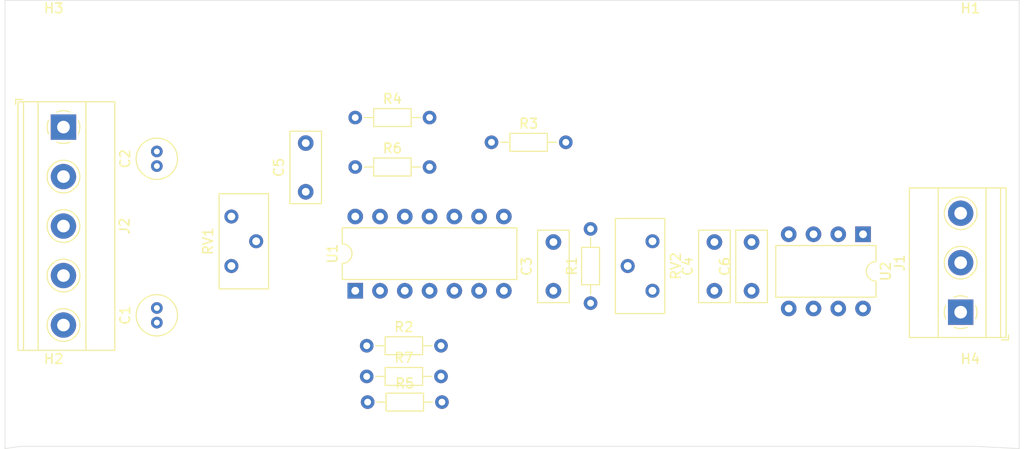
<source format=kicad_pcb>
(kicad_pcb (version 20171130) (host pcbnew "(5.1.9)-1")

  (general
    (thickness 1.6)
    (drawings 7)
    (tracks 0)
    (zones 0)
    (modules 23)
    (nets 1)
  )

  (page A4)
  (layers
    (0 F.Cu signal)
    (31 B.Cu signal)
    (32 B.Adhes user)
    (33 F.Adhes user)
    (34 B.Paste user)
    (35 F.Paste user)
    (36 B.SilkS user)
    (37 F.SilkS user)
    (38 B.Mask user)
    (39 F.Mask user)
    (40 Dwgs.User user)
    (41 Cmts.User user)
    (42 Eco1.User user)
    (43 Eco2.User user)
    (44 Edge.Cuts user)
    (45 Margin user)
    (46 B.CrtYd user)
    (47 F.CrtYd user)
    (48 B.Fab user)
    (49 F.Fab user)
  )

  (setup
    (last_trace_width 0.25)
    (trace_clearance 0.2)
    (zone_clearance 0.508)
    (zone_45_only no)
    (trace_min 0.2)
    (via_size 0.8)
    (via_drill 0.4)
    (via_min_size 0.4)
    (via_min_drill 0.3)
    (uvia_size 0.3)
    (uvia_drill 0.1)
    (uvias_allowed no)
    (uvia_min_size 0.2)
    (uvia_min_drill 0.1)
    (edge_width 0.05)
    (segment_width 0.2)
    (pcb_text_width 0.3)
    (pcb_text_size 1.5 1.5)
    (mod_edge_width 0.12)
    (mod_text_size 1 1)
    (mod_text_width 0.15)
    (pad_size 1.524 1.524)
    (pad_drill 0.762)
    (pad_to_mask_clearance 0)
    (aux_axis_origin 0 0)
    (visible_elements 7FFFFFFF)
    (pcbplotparams
      (layerselection 0x010fc_ffffffff)
      (usegerberextensions false)
      (usegerberattributes true)
      (usegerberadvancedattributes true)
      (creategerberjobfile true)
      (excludeedgelayer true)
      (linewidth 0.100000)
      (plotframeref false)
      (viasonmask false)
      (mode 1)
      (useauxorigin false)
      (hpglpennumber 1)
      (hpglpenspeed 20)
      (hpglpendiameter 15.000000)
      (psnegative false)
      (psa4output false)
      (plotreference true)
      (plotvalue true)
      (plotinvisibletext false)
      (padsonsilk false)
      (subtractmaskfromsilk false)
      (outputformat 1)
      (mirror false)
      (drillshape 1)
      (scaleselection 1)
      (outputdirectory ""))
  )

  (net 0 "")

  (net_class Default "This is the default net class."
    (clearance 0.2)
    (trace_width 0.25)
    (via_dia 0.8)
    (via_drill 0.4)
    (uvia_dia 0.3)
    (uvia_drill 0.1)
  )

  (module Capacitor_THT:C_Radial_D4.0mm_H7.0mm_P1.50mm (layer F.Cu) (tedit 5BC5C9B9) (tstamp 600FB550)
    (at 101.575001 52.07 90)
    (descr "C, Radial series, Radial, pin pitch=1.50mm, diameter=4mm, height=7mm, Non-Polar Electrolytic Capacitor")
    (tags "C Radial series Radial pin pitch 1.50mm diameter 4mm height 7mm Non-Polar Electrolytic Capacitor")
    (path /600FC363)
    (fp_text reference C1 (at 0.75 -3.25 90) (layer F.SilkS)
      (effects (font (size 1 1) (thickness 0.15)))
    )
    (fp_text value CAP (at 0.75 3.25 90) (layer F.Fab)
      (effects (font (size 1 1) (thickness 0.15)))
    )
    (fp_circle (center 0.75 0) (end 3 0) (layer F.CrtYd) (width 0.05))
    (fp_circle (center 0.75 0) (end 2.87 0) (layer F.SilkS) (width 0.12))
    (fp_circle (center 0.75 0) (end 2.75 0) (layer F.Fab) (width 0.1))
    (fp_text user %R (at 0.75 0 90) (layer F.Fab)
      (effects (font (size 0.8 0.8) (thickness 0.12)))
    )
    (pad 2 thru_hole circle (at 1.5 0 90) (size 1.2 1.2) (drill 0.6) (layers *.Cu *.Mask))
    (pad 1 thru_hole circle (at 0 0 90) (size 1.2 1.2) (drill 0.6) (layers *.Cu *.Mask))
    (model ${KISYS3DMOD}/Capacitor_THT.3dshapes/C_Radial_D4.0mm_H7.0mm_P1.50mm.wrl
      (at (xyz 0 0 0))
      (scale (xyz 1 1 1))
      (rotate (xyz 0 0 0))
    )
  )

  (module Capacitor_THT:C_Radial_D4.0mm_H7.0mm_P1.50mm (layer F.Cu) (tedit 5BC5C9B9) (tstamp 600FB55A)
    (at 101.575001 36 90)
    (descr "C, Radial series, Radial, pin pitch=1.50mm, diameter=4mm, height=7mm, Non-Polar Electrolytic Capacitor")
    (tags "C Radial series Radial pin pitch 1.50mm diameter 4mm height 7mm Non-Polar Electrolytic Capacitor")
    (path /600FCF41)
    (fp_text reference C2 (at 0.75 -3.25 90) (layer F.SilkS)
      (effects (font (size 1 1) (thickness 0.15)))
    )
    (fp_text value CAP (at 0.75 3.25 90) (layer F.Fab)
      (effects (font (size 1 1) (thickness 0.15)))
    )
    (fp_circle (center 0.75 0) (end 2.75 0) (layer F.Fab) (width 0.1))
    (fp_circle (center 0.75 0) (end 2.87 0) (layer F.SilkS) (width 0.12))
    (fp_circle (center 0.75 0) (end 3 0) (layer F.CrtYd) (width 0.05))
    (fp_text user %R (at 0.75 0 90) (layer F.Fab)
      (effects (font (size 0.8 0.8) (thickness 0.12)))
    )
    (pad 1 thru_hole circle (at 0 0 90) (size 1.2 1.2) (drill 0.6) (layers *.Cu *.Mask))
    (pad 2 thru_hole circle (at 1.5 0 90) (size 1.2 1.2) (drill 0.6) (layers *.Cu *.Mask))
    (model ${KISYS3DMOD}/Capacitor_THT.3dshapes/C_Radial_D4.0mm_H7.0mm_P1.50mm.wrl
      (at (xyz 0 0 0))
      (scale (xyz 1 1 1))
      (rotate (xyz 0 0 0))
    )
  )

  (module Capacitor_THT:C_Rect_L7.2mm_W3.0mm_P5.00mm_FKS2_FKP2_MKS2_MKP2 (layer F.Cu) (tedit 5AE50EF0) (tstamp 600FB56D)
    (at 142.24 48.8 90)
    (descr "C, Rect series, Radial, pin pitch=5.00mm, , length*width=7.2*3.0mm^2, Capacitor, http://www.wima.com/EN/WIMA_FKS_2.pdf")
    (tags "C Rect series Radial pin pitch 5.00mm  length 7.2mm width 3.0mm Capacitor")
    (path /600FD03D)
    (fp_text reference C3 (at 2.5 -2.75 90) (layer F.SilkS)
      (effects (font (size 1 1) (thickness 0.15)))
    )
    (fp_text value CAP (at 2.5 2.75 90) (layer F.Fab)
      (effects (font (size 1 1) (thickness 0.15)))
    )
    (fp_line (start 6.35 -1.75) (end -1.35 -1.75) (layer F.CrtYd) (width 0.05))
    (fp_line (start 6.35 1.75) (end 6.35 -1.75) (layer F.CrtYd) (width 0.05))
    (fp_line (start -1.35 1.75) (end 6.35 1.75) (layer F.CrtYd) (width 0.05))
    (fp_line (start -1.35 -1.75) (end -1.35 1.75) (layer F.CrtYd) (width 0.05))
    (fp_line (start 6.22 -1.62) (end 6.22 1.62) (layer F.SilkS) (width 0.12))
    (fp_line (start -1.22 -1.62) (end -1.22 1.62) (layer F.SilkS) (width 0.12))
    (fp_line (start -1.22 1.62) (end 6.22 1.62) (layer F.SilkS) (width 0.12))
    (fp_line (start -1.22 -1.62) (end 6.22 -1.62) (layer F.SilkS) (width 0.12))
    (fp_line (start 6.1 -1.5) (end -1.1 -1.5) (layer F.Fab) (width 0.1))
    (fp_line (start 6.1 1.5) (end 6.1 -1.5) (layer F.Fab) (width 0.1))
    (fp_line (start -1.1 1.5) (end 6.1 1.5) (layer F.Fab) (width 0.1))
    (fp_line (start -1.1 -1.5) (end -1.1 1.5) (layer F.Fab) (width 0.1))
    (fp_text user %R (at 2.5 0 90) (layer F.Fab)
      (effects (font (size 1 1) (thickness 0.15)))
    )
    (pad 2 thru_hole circle (at 5 0 90) (size 1.6 1.6) (drill 0.8) (layers *.Cu *.Mask))
    (pad 1 thru_hole circle (at 0 0 90) (size 1.6 1.6) (drill 0.8) (layers *.Cu *.Mask))
    (model ${KISYS3DMOD}/Capacitor_THT.3dshapes/C_Rect_L7.2mm_W3.0mm_P5.00mm_FKS2_FKP2_MKS2_MKP2.wrl
      (at (xyz 0 0 0))
      (scale (xyz 1 1 1))
      (rotate (xyz 0 0 0))
    )
  )

  (module Capacitor_THT:C_Rect_L7.2mm_W3.0mm_P5.00mm_FKS2_FKP2_MKS2_MKP2 (layer F.Cu) (tedit 5AE50EF0) (tstamp 600FB580)
    (at 158.75 48.8 90)
    (descr "C, Rect series, Radial, pin pitch=5.00mm, , length*width=7.2*3.0mm^2, Capacitor, http://www.wima.com/EN/WIMA_FKS_2.pdf")
    (tags "C Rect series Radial pin pitch 5.00mm  length 7.2mm width 3.0mm Capacitor")
    (path /600FD2E7)
    (fp_text reference C4 (at 2.5 -2.75 90) (layer F.SilkS)
      (effects (font (size 1 1) (thickness 0.15)))
    )
    (fp_text value CAP (at 2.5 2.75 90) (layer F.Fab)
      (effects (font (size 1 1) (thickness 0.15)))
    )
    (fp_line (start -1.1 -1.5) (end -1.1 1.5) (layer F.Fab) (width 0.1))
    (fp_line (start -1.1 1.5) (end 6.1 1.5) (layer F.Fab) (width 0.1))
    (fp_line (start 6.1 1.5) (end 6.1 -1.5) (layer F.Fab) (width 0.1))
    (fp_line (start 6.1 -1.5) (end -1.1 -1.5) (layer F.Fab) (width 0.1))
    (fp_line (start -1.22 -1.62) (end 6.22 -1.62) (layer F.SilkS) (width 0.12))
    (fp_line (start -1.22 1.62) (end 6.22 1.62) (layer F.SilkS) (width 0.12))
    (fp_line (start -1.22 -1.62) (end -1.22 1.62) (layer F.SilkS) (width 0.12))
    (fp_line (start 6.22 -1.62) (end 6.22 1.62) (layer F.SilkS) (width 0.12))
    (fp_line (start -1.35 -1.75) (end -1.35 1.75) (layer F.CrtYd) (width 0.05))
    (fp_line (start -1.35 1.75) (end 6.35 1.75) (layer F.CrtYd) (width 0.05))
    (fp_line (start 6.35 1.75) (end 6.35 -1.75) (layer F.CrtYd) (width 0.05))
    (fp_line (start 6.35 -1.75) (end -1.35 -1.75) (layer F.CrtYd) (width 0.05))
    (fp_text user %R (at 2.5 0 90) (layer F.Fab)
      (effects (font (size 1 1) (thickness 0.15)))
    )
    (pad 1 thru_hole circle (at 0 0 90) (size 1.6 1.6) (drill 0.8) (layers *.Cu *.Mask))
    (pad 2 thru_hole circle (at 5 0 90) (size 1.6 1.6) (drill 0.8) (layers *.Cu *.Mask))
    (model ${KISYS3DMOD}/Capacitor_THT.3dshapes/C_Rect_L7.2mm_W3.0mm_P5.00mm_FKS2_FKP2_MKS2_MKP2.wrl
      (at (xyz 0 0 0))
      (scale (xyz 1 1 1))
      (rotate (xyz 0 0 0))
    )
  )

  (module Capacitor_THT:C_Rect_L7.2mm_W3.0mm_P5.00mm_FKS2_FKP2_MKS2_MKP2 (layer F.Cu) (tedit 5AE50EF0) (tstamp 600FB593)
    (at 116.84 38.64 90)
    (descr "C, Rect series, Radial, pin pitch=5.00mm, , length*width=7.2*3.0mm^2, Capacitor, http://www.wima.com/EN/WIMA_FKS_2.pdf")
    (tags "C Rect series Radial pin pitch 5.00mm  length 7.2mm width 3.0mm Capacitor")
    (path /600FD6FE)
    (fp_text reference C5 (at 2.5 -2.75 90) (layer F.SilkS)
      (effects (font (size 1 1) (thickness 0.15)))
    )
    (fp_text value CAP (at 2.5 2.75 90) (layer F.Fab)
      (effects (font (size 1 1) (thickness 0.15)))
    )
    (fp_line (start 6.35 -1.75) (end -1.35 -1.75) (layer F.CrtYd) (width 0.05))
    (fp_line (start 6.35 1.75) (end 6.35 -1.75) (layer F.CrtYd) (width 0.05))
    (fp_line (start -1.35 1.75) (end 6.35 1.75) (layer F.CrtYd) (width 0.05))
    (fp_line (start -1.35 -1.75) (end -1.35 1.75) (layer F.CrtYd) (width 0.05))
    (fp_line (start 6.22 -1.62) (end 6.22 1.62) (layer F.SilkS) (width 0.12))
    (fp_line (start -1.22 -1.62) (end -1.22 1.62) (layer F.SilkS) (width 0.12))
    (fp_line (start -1.22 1.62) (end 6.22 1.62) (layer F.SilkS) (width 0.12))
    (fp_line (start -1.22 -1.62) (end 6.22 -1.62) (layer F.SilkS) (width 0.12))
    (fp_line (start 6.1 -1.5) (end -1.1 -1.5) (layer F.Fab) (width 0.1))
    (fp_line (start 6.1 1.5) (end 6.1 -1.5) (layer F.Fab) (width 0.1))
    (fp_line (start -1.1 1.5) (end 6.1 1.5) (layer F.Fab) (width 0.1))
    (fp_line (start -1.1 -1.5) (end -1.1 1.5) (layer F.Fab) (width 0.1))
    (fp_text user %R (at 2.5 0 90) (layer F.Fab)
      (effects (font (size 1 1) (thickness 0.15)))
    )
    (pad 2 thru_hole circle (at 5 0 90) (size 1.6 1.6) (drill 0.8) (layers *.Cu *.Mask))
    (pad 1 thru_hole circle (at 0 0 90) (size 1.6 1.6) (drill 0.8) (layers *.Cu *.Mask))
    (model ${KISYS3DMOD}/Capacitor_THT.3dshapes/C_Rect_L7.2mm_W3.0mm_P5.00mm_FKS2_FKP2_MKS2_MKP2.wrl
      (at (xyz 0 0 0))
      (scale (xyz 1 1 1))
      (rotate (xyz 0 0 0))
    )
  )

  (module Capacitor_THT:C_Rect_L7.2mm_W3.0mm_P5.00mm_FKS2_FKP2_MKS2_MKP2 (layer F.Cu) (tedit 5AE50EF0) (tstamp 600FB5A6)
    (at 162.56 48.8 90)
    (descr "C, Rect series, Radial, pin pitch=5.00mm, , length*width=7.2*3.0mm^2, Capacitor, http://www.wima.com/EN/WIMA_FKS_2.pdf")
    (tags "C Rect series Radial pin pitch 5.00mm  length 7.2mm width 3.0mm Capacitor")
    (path /600FDB24)
    (fp_text reference C6 (at 2.5 -2.75 90) (layer F.SilkS)
      (effects (font (size 1 1) (thickness 0.15)))
    )
    (fp_text value CAP (at 2.5 2.75 90) (layer F.Fab)
      (effects (font (size 1 1) (thickness 0.15)))
    )
    (fp_line (start -1.1 -1.5) (end -1.1 1.5) (layer F.Fab) (width 0.1))
    (fp_line (start -1.1 1.5) (end 6.1 1.5) (layer F.Fab) (width 0.1))
    (fp_line (start 6.1 1.5) (end 6.1 -1.5) (layer F.Fab) (width 0.1))
    (fp_line (start 6.1 -1.5) (end -1.1 -1.5) (layer F.Fab) (width 0.1))
    (fp_line (start -1.22 -1.62) (end 6.22 -1.62) (layer F.SilkS) (width 0.12))
    (fp_line (start -1.22 1.62) (end 6.22 1.62) (layer F.SilkS) (width 0.12))
    (fp_line (start -1.22 -1.62) (end -1.22 1.62) (layer F.SilkS) (width 0.12))
    (fp_line (start 6.22 -1.62) (end 6.22 1.62) (layer F.SilkS) (width 0.12))
    (fp_line (start -1.35 -1.75) (end -1.35 1.75) (layer F.CrtYd) (width 0.05))
    (fp_line (start -1.35 1.75) (end 6.35 1.75) (layer F.CrtYd) (width 0.05))
    (fp_line (start 6.35 1.75) (end 6.35 -1.75) (layer F.CrtYd) (width 0.05))
    (fp_line (start 6.35 -1.75) (end -1.35 -1.75) (layer F.CrtYd) (width 0.05))
    (fp_text user %R (at 2.5 0 90) (layer F.Fab)
      (effects (font (size 1 1) (thickness 0.15)))
    )
    (pad 1 thru_hole circle (at 0 0 90) (size 1.6 1.6) (drill 0.8) (layers *.Cu *.Mask))
    (pad 2 thru_hole circle (at 5 0 90) (size 1.6 1.6) (drill 0.8) (layers *.Cu *.Mask))
    (model ${KISYS3DMOD}/Capacitor_THT.3dshapes/C_Rect_L7.2mm_W3.0mm_P5.00mm_FKS2_FKP2_MKS2_MKP2.wrl
      (at (xyz 0 0 0))
      (scale (xyz 1 1 1))
      (rotate (xyz 0 0 0))
    )
  )

  (module Resistor_THT:R_Axial_DIN0204_L3.6mm_D1.6mm_P7.62mm_Horizontal (layer F.Cu) (tedit 5AE5139B) (tstamp 600FB613)
    (at 146.05 50.07 90)
    (descr "Resistor, Axial_DIN0204 series, Axial, Horizontal, pin pitch=7.62mm, 0.167W, length*diameter=3.6*1.6mm^2, http://cdn-reichelt.de/documents/datenblatt/B400/1_4W%23YAG.pdf")
    (tags "Resistor Axial_DIN0204 series Axial Horizontal pin pitch 7.62mm 0.167W length 3.6mm diameter 1.6mm")
    (path /600FFC66)
    (fp_text reference R1 (at 3.81 -1.92 90) (layer F.SilkS)
      (effects (font (size 1 1) (thickness 0.15)))
    )
    (fp_text value R (at 3.81 1.92 90) (layer F.Fab)
      (effects (font (size 1 1) (thickness 0.15)))
    )
    (fp_line (start 2.01 -0.8) (end 2.01 0.8) (layer F.Fab) (width 0.1))
    (fp_line (start 2.01 0.8) (end 5.61 0.8) (layer F.Fab) (width 0.1))
    (fp_line (start 5.61 0.8) (end 5.61 -0.8) (layer F.Fab) (width 0.1))
    (fp_line (start 5.61 -0.8) (end 2.01 -0.8) (layer F.Fab) (width 0.1))
    (fp_line (start 0 0) (end 2.01 0) (layer F.Fab) (width 0.1))
    (fp_line (start 7.62 0) (end 5.61 0) (layer F.Fab) (width 0.1))
    (fp_line (start 1.89 -0.92) (end 1.89 0.92) (layer F.SilkS) (width 0.12))
    (fp_line (start 1.89 0.92) (end 5.73 0.92) (layer F.SilkS) (width 0.12))
    (fp_line (start 5.73 0.92) (end 5.73 -0.92) (layer F.SilkS) (width 0.12))
    (fp_line (start 5.73 -0.92) (end 1.89 -0.92) (layer F.SilkS) (width 0.12))
    (fp_line (start 0.94 0) (end 1.89 0) (layer F.SilkS) (width 0.12))
    (fp_line (start 6.68 0) (end 5.73 0) (layer F.SilkS) (width 0.12))
    (fp_line (start -0.95 -1.05) (end -0.95 1.05) (layer F.CrtYd) (width 0.05))
    (fp_line (start -0.95 1.05) (end 8.57 1.05) (layer F.CrtYd) (width 0.05))
    (fp_line (start 8.57 1.05) (end 8.57 -1.05) (layer F.CrtYd) (width 0.05))
    (fp_line (start 8.57 -1.05) (end -0.95 -1.05) (layer F.CrtYd) (width 0.05))
    (fp_text user %R (at 3.81 0 90) (layer F.Fab)
      (effects (font (size 0.72 0.72) (thickness 0.108)))
    )
    (pad 1 thru_hole circle (at 0 0 90) (size 1.4 1.4) (drill 0.7) (layers *.Cu *.Mask))
    (pad 2 thru_hole oval (at 7.62 0 90) (size 1.4 1.4) (drill 0.7) (layers *.Cu *.Mask))
    (model ${KISYS3DMOD}/Resistor_THT.3dshapes/R_Axial_DIN0204_L3.6mm_D1.6mm_P7.62mm_Horizontal.wrl
      (at (xyz 0 0 0))
      (scale (xyz 1 1 1))
      (rotate (xyz 0 0 0))
    )
  )

  (module Resistor_THT:R_Axial_DIN0204_L3.6mm_D1.6mm_P7.62mm_Horizontal (layer F.Cu) (tedit 5AE5139B) (tstamp 600FB62A)
    (at 123.095001 54.445001)
    (descr "Resistor, Axial_DIN0204 series, Axial, Horizontal, pin pitch=7.62mm, 0.167W, length*diameter=3.6*1.6mm^2, http://cdn-reichelt.de/documents/datenblatt/B400/1_4W%23YAG.pdf")
    (tags "Resistor Axial_DIN0204 series Axial Horizontal pin pitch 7.62mm 0.167W length 3.6mm diameter 1.6mm")
    (path /601017E3)
    (fp_text reference R2 (at 3.81 -1.92) (layer F.SilkS)
      (effects (font (size 1 1) (thickness 0.15)))
    )
    (fp_text value R (at 3.81 1.92) (layer F.Fab)
      (effects (font (size 1 1) (thickness 0.15)))
    )
    (fp_line (start 2.01 -0.8) (end 2.01 0.8) (layer F.Fab) (width 0.1))
    (fp_line (start 2.01 0.8) (end 5.61 0.8) (layer F.Fab) (width 0.1))
    (fp_line (start 5.61 0.8) (end 5.61 -0.8) (layer F.Fab) (width 0.1))
    (fp_line (start 5.61 -0.8) (end 2.01 -0.8) (layer F.Fab) (width 0.1))
    (fp_line (start 0 0) (end 2.01 0) (layer F.Fab) (width 0.1))
    (fp_line (start 7.62 0) (end 5.61 0) (layer F.Fab) (width 0.1))
    (fp_line (start 1.89 -0.92) (end 1.89 0.92) (layer F.SilkS) (width 0.12))
    (fp_line (start 1.89 0.92) (end 5.73 0.92) (layer F.SilkS) (width 0.12))
    (fp_line (start 5.73 0.92) (end 5.73 -0.92) (layer F.SilkS) (width 0.12))
    (fp_line (start 5.73 -0.92) (end 1.89 -0.92) (layer F.SilkS) (width 0.12))
    (fp_line (start 0.94 0) (end 1.89 0) (layer F.SilkS) (width 0.12))
    (fp_line (start 6.68 0) (end 5.73 0) (layer F.SilkS) (width 0.12))
    (fp_line (start -0.95 -1.05) (end -0.95 1.05) (layer F.CrtYd) (width 0.05))
    (fp_line (start -0.95 1.05) (end 8.57 1.05) (layer F.CrtYd) (width 0.05))
    (fp_line (start 8.57 1.05) (end 8.57 -1.05) (layer F.CrtYd) (width 0.05))
    (fp_line (start 8.57 -1.05) (end -0.95 -1.05) (layer F.CrtYd) (width 0.05))
    (fp_text user %R (at 3.81 0) (layer F.Fab)
      (effects (font (size 0.72 0.72) (thickness 0.108)))
    )
    (pad 1 thru_hole circle (at 0 0) (size 1.4 1.4) (drill 0.7) (layers *.Cu *.Mask))
    (pad 2 thru_hole oval (at 7.62 0) (size 1.4 1.4) (drill 0.7) (layers *.Cu *.Mask))
    (model ${KISYS3DMOD}/Resistor_THT.3dshapes/R_Axial_DIN0204_L3.6mm_D1.6mm_P7.62mm_Horizontal.wrl
      (at (xyz 0 0 0))
      (scale (xyz 1 1 1))
      (rotate (xyz 0 0 0))
    )
  )

  (module Resistor_THT:R_Axial_DIN0204_L3.6mm_D1.6mm_P7.62mm_Horizontal (layer F.Cu) (tedit 5AE5139B) (tstamp 600FB641)
    (at 135.89 33.56)
    (descr "Resistor, Axial_DIN0204 series, Axial, Horizontal, pin pitch=7.62mm, 0.167W, length*diameter=3.6*1.6mm^2, http://cdn-reichelt.de/documents/datenblatt/B400/1_4W%23YAG.pdf")
    (tags "Resistor Axial_DIN0204 series Axial Horizontal pin pitch 7.62mm 0.167W length 3.6mm diameter 1.6mm")
    (path /60101ECF)
    (fp_text reference R3 (at 3.81 -1.92) (layer F.SilkS)
      (effects (font (size 1 1) (thickness 0.15)))
    )
    (fp_text value R (at 3.81 1.92) (layer F.Fab)
      (effects (font (size 1 1) (thickness 0.15)))
    )
    (fp_line (start 2.01 -0.8) (end 2.01 0.8) (layer F.Fab) (width 0.1))
    (fp_line (start 2.01 0.8) (end 5.61 0.8) (layer F.Fab) (width 0.1))
    (fp_line (start 5.61 0.8) (end 5.61 -0.8) (layer F.Fab) (width 0.1))
    (fp_line (start 5.61 -0.8) (end 2.01 -0.8) (layer F.Fab) (width 0.1))
    (fp_line (start 0 0) (end 2.01 0) (layer F.Fab) (width 0.1))
    (fp_line (start 7.62 0) (end 5.61 0) (layer F.Fab) (width 0.1))
    (fp_line (start 1.89 -0.92) (end 1.89 0.92) (layer F.SilkS) (width 0.12))
    (fp_line (start 1.89 0.92) (end 5.73 0.92) (layer F.SilkS) (width 0.12))
    (fp_line (start 5.73 0.92) (end 5.73 -0.92) (layer F.SilkS) (width 0.12))
    (fp_line (start 5.73 -0.92) (end 1.89 -0.92) (layer F.SilkS) (width 0.12))
    (fp_line (start 0.94 0) (end 1.89 0) (layer F.SilkS) (width 0.12))
    (fp_line (start 6.68 0) (end 5.73 0) (layer F.SilkS) (width 0.12))
    (fp_line (start -0.95 -1.05) (end -0.95 1.05) (layer F.CrtYd) (width 0.05))
    (fp_line (start -0.95 1.05) (end 8.57 1.05) (layer F.CrtYd) (width 0.05))
    (fp_line (start 8.57 1.05) (end 8.57 -1.05) (layer F.CrtYd) (width 0.05))
    (fp_line (start 8.57 -1.05) (end -0.95 -1.05) (layer F.CrtYd) (width 0.05))
    (fp_text user %R (at 3.81 0) (layer F.Fab)
      (effects (font (size 0.72 0.72) (thickness 0.108)))
    )
    (pad 1 thru_hole circle (at 0 0) (size 1.4 1.4) (drill 0.7) (layers *.Cu *.Mask))
    (pad 2 thru_hole oval (at 7.62 0) (size 1.4 1.4) (drill 0.7) (layers *.Cu *.Mask))
    (model ${KISYS3DMOD}/Resistor_THT.3dshapes/R_Axial_DIN0204_L3.6mm_D1.6mm_P7.62mm_Horizontal.wrl
      (at (xyz 0 0 0))
      (scale (xyz 1 1 1))
      (rotate (xyz 0 0 0))
    )
  )

  (module Resistor_THT:R_Axial_DIN0204_L3.6mm_D1.6mm_P7.62mm_Horizontal (layer F.Cu) (tedit 5AE5139B) (tstamp 600FB658)
    (at 121.92 31.02)
    (descr "Resistor, Axial_DIN0204 series, Axial, Horizontal, pin pitch=7.62mm, 0.167W, length*diameter=3.6*1.6mm^2, http://cdn-reichelt.de/documents/datenblatt/B400/1_4W%23YAG.pdf")
    (tags "Resistor Axial_DIN0204 series Axial Horizontal pin pitch 7.62mm 0.167W length 3.6mm diameter 1.6mm")
    (path /60102298)
    (fp_text reference R4 (at 3.81 -1.92) (layer F.SilkS)
      (effects (font (size 1 1) (thickness 0.15)))
    )
    (fp_text value R (at 3.81 1.92) (layer F.Fab)
      (effects (font (size 1 1) (thickness 0.15)))
    )
    (fp_line (start 2.01 -0.8) (end 2.01 0.8) (layer F.Fab) (width 0.1))
    (fp_line (start 2.01 0.8) (end 5.61 0.8) (layer F.Fab) (width 0.1))
    (fp_line (start 5.61 0.8) (end 5.61 -0.8) (layer F.Fab) (width 0.1))
    (fp_line (start 5.61 -0.8) (end 2.01 -0.8) (layer F.Fab) (width 0.1))
    (fp_line (start 0 0) (end 2.01 0) (layer F.Fab) (width 0.1))
    (fp_line (start 7.62 0) (end 5.61 0) (layer F.Fab) (width 0.1))
    (fp_line (start 1.89 -0.92) (end 1.89 0.92) (layer F.SilkS) (width 0.12))
    (fp_line (start 1.89 0.92) (end 5.73 0.92) (layer F.SilkS) (width 0.12))
    (fp_line (start 5.73 0.92) (end 5.73 -0.92) (layer F.SilkS) (width 0.12))
    (fp_line (start 5.73 -0.92) (end 1.89 -0.92) (layer F.SilkS) (width 0.12))
    (fp_line (start 0.94 0) (end 1.89 0) (layer F.SilkS) (width 0.12))
    (fp_line (start 6.68 0) (end 5.73 0) (layer F.SilkS) (width 0.12))
    (fp_line (start -0.95 -1.05) (end -0.95 1.05) (layer F.CrtYd) (width 0.05))
    (fp_line (start -0.95 1.05) (end 8.57 1.05) (layer F.CrtYd) (width 0.05))
    (fp_line (start 8.57 1.05) (end 8.57 -1.05) (layer F.CrtYd) (width 0.05))
    (fp_line (start 8.57 -1.05) (end -0.95 -1.05) (layer F.CrtYd) (width 0.05))
    (fp_text user %R (at 3.81 0) (layer F.Fab)
      (effects (font (size 0.72 0.72) (thickness 0.108)))
    )
    (pad 1 thru_hole circle (at 0 0) (size 1.4 1.4) (drill 0.7) (layers *.Cu *.Mask))
    (pad 2 thru_hole oval (at 7.62 0) (size 1.4 1.4) (drill 0.7) (layers *.Cu *.Mask))
    (model ${KISYS3DMOD}/Resistor_THT.3dshapes/R_Axial_DIN0204_L3.6mm_D1.6mm_P7.62mm_Horizontal.wrl
      (at (xyz 0 0 0))
      (scale (xyz 1 1 1))
      (rotate (xyz 0 0 0))
    )
  )

  (module Resistor_THT:R_Axial_DIN0204_L3.6mm_D1.6mm_P7.62mm_Horizontal (layer F.Cu) (tedit 5AE5139B) (tstamp 600FB66F)
    (at 123.19 60.23)
    (descr "Resistor, Axial_DIN0204 series, Axial, Horizontal, pin pitch=7.62mm, 0.167W, length*diameter=3.6*1.6mm^2, http://cdn-reichelt.de/documents/datenblatt/B400/1_4W%23YAG.pdf")
    (tags "Resistor Axial_DIN0204 series Axial Horizontal pin pitch 7.62mm 0.167W length 3.6mm diameter 1.6mm")
    (path /6010133D)
    (fp_text reference R5 (at 3.81 -1.92) (layer F.SilkS)
      (effects (font (size 1 1) (thickness 0.15)))
    )
    (fp_text value R (at 3.81 1.92) (layer F.Fab)
      (effects (font (size 1 1) (thickness 0.15)))
    )
    (fp_line (start 8.57 -1.05) (end -0.95 -1.05) (layer F.CrtYd) (width 0.05))
    (fp_line (start 8.57 1.05) (end 8.57 -1.05) (layer F.CrtYd) (width 0.05))
    (fp_line (start -0.95 1.05) (end 8.57 1.05) (layer F.CrtYd) (width 0.05))
    (fp_line (start -0.95 -1.05) (end -0.95 1.05) (layer F.CrtYd) (width 0.05))
    (fp_line (start 6.68 0) (end 5.73 0) (layer F.SilkS) (width 0.12))
    (fp_line (start 0.94 0) (end 1.89 0) (layer F.SilkS) (width 0.12))
    (fp_line (start 5.73 -0.92) (end 1.89 -0.92) (layer F.SilkS) (width 0.12))
    (fp_line (start 5.73 0.92) (end 5.73 -0.92) (layer F.SilkS) (width 0.12))
    (fp_line (start 1.89 0.92) (end 5.73 0.92) (layer F.SilkS) (width 0.12))
    (fp_line (start 1.89 -0.92) (end 1.89 0.92) (layer F.SilkS) (width 0.12))
    (fp_line (start 7.62 0) (end 5.61 0) (layer F.Fab) (width 0.1))
    (fp_line (start 0 0) (end 2.01 0) (layer F.Fab) (width 0.1))
    (fp_line (start 5.61 -0.8) (end 2.01 -0.8) (layer F.Fab) (width 0.1))
    (fp_line (start 5.61 0.8) (end 5.61 -0.8) (layer F.Fab) (width 0.1))
    (fp_line (start 2.01 0.8) (end 5.61 0.8) (layer F.Fab) (width 0.1))
    (fp_line (start 2.01 -0.8) (end 2.01 0.8) (layer F.Fab) (width 0.1))
    (fp_text user %R (at 3.81 0) (layer F.Fab)
      (effects (font (size 0.72 0.72) (thickness 0.108)))
    )
    (pad 2 thru_hole oval (at 7.62 0) (size 1.4 1.4) (drill 0.7) (layers *.Cu *.Mask))
    (pad 1 thru_hole circle (at 0 0) (size 1.4 1.4) (drill 0.7) (layers *.Cu *.Mask))
    (model ${KISYS3DMOD}/Resistor_THT.3dshapes/R_Axial_DIN0204_L3.6mm_D1.6mm_P7.62mm_Horizontal.wrl
      (at (xyz 0 0 0))
      (scale (xyz 1 1 1))
      (rotate (xyz 0 0 0))
    )
  )

  (module Resistor_THT:R_Axial_DIN0204_L3.6mm_D1.6mm_P7.62mm_Horizontal (layer F.Cu) (tedit 5AE5139B) (tstamp 600FB686)
    (at 121.92 36.1)
    (descr "Resistor, Axial_DIN0204 series, Axial, Horizontal, pin pitch=7.62mm, 0.167W, length*diameter=3.6*1.6mm^2, http://cdn-reichelt.de/documents/datenblatt/B400/1_4W%23YAG.pdf")
    (tags "Resistor Axial_DIN0204 series Axial Horizontal pin pitch 7.62mm 0.167W length 3.6mm diameter 1.6mm")
    (path /60101C23)
    (fp_text reference R6 (at 3.81 -1.92) (layer F.SilkS)
      (effects (font (size 1 1) (thickness 0.15)))
    )
    (fp_text value R (at 3.81 1.92) (layer F.Fab)
      (effects (font (size 1 1) (thickness 0.15)))
    )
    (fp_line (start 8.57 -1.05) (end -0.95 -1.05) (layer F.CrtYd) (width 0.05))
    (fp_line (start 8.57 1.05) (end 8.57 -1.05) (layer F.CrtYd) (width 0.05))
    (fp_line (start -0.95 1.05) (end 8.57 1.05) (layer F.CrtYd) (width 0.05))
    (fp_line (start -0.95 -1.05) (end -0.95 1.05) (layer F.CrtYd) (width 0.05))
    (fp_line (start 6.68 0) (end 5.73 0) (layer F.SilkS) (width 0.12))
    (fp_line (start 0.94 0) (end 1.89 0) (layer F.SilkS) (width 0.12))
    (fp_line (start 5.73 -0.92) (end 1.89 -0.92) (layer F.SilkS) (width 0.12))
    (fp_line (start 5.73 0.92) (end 5.73 -0.92) (layer F.SilkS) (width 0.12))
    (fp_line (start 1.89 0.92) (end 5.73 0.92) (layer F.SilkS) (width 0.12))
    (fp_line (start 1.89 -0.92) (end 1.89 0.92) (layer F.SilkS) (width 0.12))
    (fp_line (start 7.62 0) (end 5.61 0) (layer F.Fab) (width 0.1))
    (fp_line (start 0 0) (end 2.01 0) (layer F.Fab) (width 0.1))
    (fp_line (start 5.61 -0.8) (end 2.01 -0.8) (layer F.Fab) (width 0.1))
    (fp_line (start 5.61 0.8) (end 5.61 -0.8) (layer F.Fab) (width 0.1))
    (fp_line (start 2.01 0.8) (end 5.61 0.8) (layer F.Fab) (width 0.1))
    (fp_line (start 2.01 -0.8) (end 2.01 0.8) (layer F.Fab) (width 0.1))
    (fp_text user %R (at 3.81 0) (layer F.Fab)
      (effects (font (size 0.72 0.72) (thickness 0.108)))
    )
    (pad 2 thru_hole oval (at 7.62 0) (size 1.4 1.4) (drill 0.7) (layers *.Cu *.Mask))
    (pad 1 thru_hole circle (at 0 0) (size 1.4 1.4) (drill 0.7) (layers *.Cu *.Mask))
    (model ${KISYS3DMOD}/Resistor_THT.3dshapes/R_Axial_DIN0204_L3.6mm_D1.6mm_P7.62mm_Horizontal.wrl
      (at (xyz 0 0 0))
      (scale (xyz 1 1 1))
      (rotate (xyz 0 0 0))
    )
  )

  (module Resistor_THT:R_Axial_DIN0204_L3.6mm_D1.6mm_P7.62mm_Horizontal (layer F.Cu) (tedit 5AE5139B) (tstamp 600FB69D)
    (at 123.095001 57.595001)
    (descr "Resistor, Axial_DIN0204 series, Axial, Horizontal, pin pitch=7.62mm, 0.167W, length*diameter=3.6*1.6mm^2, http://cdn-reichelt.de/documents/datenblatt/B400/1_4W%23YAG.pdf")
    (tags "Resistor Axial_DIN0204 series Axial Horizontal pin pitch 7.62mm 0.167W length 3.6mm diameter 1.6mm")
    (path /60101F96)
    (fp_text reference R7 (at 3.81 -1.92) (layer F.SilkS)
      (effects (font (size 1 1) (thickness 0.15)))
    )
    (fp_text value R (at 3.81 1.92) (layer F.Fab)
      (effects (font (size 1 1) (thickness 0.15)))
    )
    (fp_line (start 8.57 -1.05) (end -0.95 -1.05) (layer F.CrtYd) (width 0.05))
    (fp_line (start 8.57 1.05) (end 8.57 -1.05) (layer F.CrtYd) (width 0.05))
    (fp_line (start -0.95 1.05) (end 8.57 1.05) (layer F.CrtYd) (width 0.05))
    (fp_line (start -0.95 -1.05) (end -0.95 1.05) (layer F.CrtYd) (width 0.05))
    (fp_line (start 6.68 0) (end 5.73 0) (layer F.SilkS) (width 0.12))
    (fp_line (start 0.94 0) (end 1.89 0) (layer F.SilkS) (width 0.12))
    (fp_line (start 5.73 -0.92) (end 1.89 -0.92) (layer F.SilkS) (width 0.12))
    (fp_line (start 5.73 0.92) (end 5.73 -0.92) (layer F.SilkS) (width 0.12))
    (fp_line (start 1.89 0.92) (end 5.73 0.92) (layer F.SilkS) (width 0.12))
    (fp_line (start 1.89 -0.92) (end 1.89 0.92) (layer F.SilkS) (width 0.12))
    (fp_line (start 7.62 0) (end 5.61 0) (layer F.Fab) (width 0.1))
    (fp_line (start 0 0) (end 2.01 0) (layer F.Fab) (width 0.1))
    (fp_line (start 5.61 -0.8) (end 2.01 -0.8) (layer F.Fab) (width 0.1))
    (fp_line (start 5.61 0.8) (end 5.61 -0.8) (layer F.Fab) (width 0.1))
    (fp_line (start 2.01 0.8) (end 5.61 0.8) (layer F.Fab) (width 0.1))
    (fp_line (start 2.01 -0.8) (end 2.01 0.8) (layer F.Fab) (width 0.1))
    (fp_text user %R (at 3.81 0) (layer F.Fab)
      (effects (font (size 0.72 0.72) (thickness 0.108)))
    )
    (pad 2 thru_hole oval (at 7.62 0) (size 1.4 1.4) (drill 0.7) (layers *.Cu *.Mask))
    (pad 1 thru_hole circle (at 0 0) (size 1.4 1.4) (drill 0.7) (layers *.Cu *.Mask))
    (model ${KISYS3DMOD}/Resistor_THT.3dshapes/R_Axial_DIN0204_L3.6mm_D1.6mm_P7.62mm_Horizontal.wrl
      (at (xyz 0 0 0))
      (scale (xyz 1 1 1))
      (rotate (xyz 0 0 0))
    )
  )

  (module Potentiometer_THT:Potentiometer_Bourns_3296Y_Vertical (layer F.Cu) (tedit 5A3D4994) (tstamp 600FB6B4)
    (at 109.22 41.18 90)
    (descr "Potentiometer, vertical, Bourns 3296Y, https://www.bourns.com/pdfs/3296.pdf")
    (tags "Potentiometer vertical Bourns 3296Y")
    (path /600FE0E3)
    (fp_text reference RV1 (at -2.54 -2.39 90) (layer F.SilkS)
      (effects (font (size 1 1) (thickness 0.15)))
    )
    (fp_text value R_POT (at -2.54 4.94 90) (layer F.Fab)
      (effects (font (size 1 1) (thickness 0.15)))
    )
    (fp_line (start 2.5 -1.4) (end -7.6 -1.4) (layer F.CrtYd) (width 0.05))
    (fp_line (start 2.5 3.95) (end 2.5 -1.4) (layer F.CrtYd) (width 0.05))
    (fp_line (start -7.6 3.95) (end 2.5 3.95) (layer F.CrtYd) (width 0.05))
    (fp_line (start -7.6 -1.4) (end -7.6 3.95) (layer F.CrtYd) (width 0.05))
    (fp_line (start 2.345 -1.26) (end 2.345 3.81) (layer F.SilkS) (width 0.12))
    (fp_line (start -7.425 -1.26) (end -7.425 3.81) (layer F.SilkS) (width 0.12))
    (fp_line (start -7.425 3.81) (end 2.345 3.81) (layer F.SilkS) (width 0.12))
    (fp_line (start -7.425 -1.26) (end 2.345 -1.26) (layer F.SilkS) (width 0.12))
    (fp_line (start 0.955 3.505) (end 0.956 1.336) (layer F.Fab) (width 0.1))
    (fp_line (start 0.955 3.505) (end 0.956 1.336) (layer F.Fab) (width 0.1))
    (fp_line (start 2.225 -1.14) (end -7.305 -1.14) (layer F.Fab) (width 0.1))
    (fp_line (start 2.225 3.69) (end 2.225 -1.14) (layer F.Fab) (width 0.1))
    (fp_line (start -7.305 3.69) (end 2.225 3.69) (layer F.Fab) (width 0.1))
    (fp_line (start -7.305 -1.14) (end -7.305 3.69) (layer F.Fab) (width 0.1))
    (fp_circle (center 0.955 2.42) (end 2.05 2.42) (layer F.Fab) (width 0.1))
    (fp_text user %R (at -3.175 1.275 90) (layer F.Fab)
      (effects (font (size 1 1) (thickness 0.15)))
    )
    (pad 3 thru_hole circle (at -5.08 0 90) (size 1.44 1.44) (drill 0.8) (layers *.Cu *.Mask))
    (pad 2 thru_hole circle (at -2.54 2.54 90) (size 1.44 1.44) (drill 0.8) (layers *.Cu *.Mask))
    (pad 1 thru_hole circle (at 0 0 90) (size 1.44 1.44) (drill 0.8) (layers *.Cu *.Mask))
    (model ${KISYS3DMOD}/Potentiometer_THT.3dshapes/Potentiometer_Bourns_3296Y_Vertical.wrl
      (at (xyz 0 0 0))
      (scale (xyz 1 1 1))
      (rotate (xyz 0 0 0))
    )
  )

  (module Potentiometer_THT:Potentiometer_Bourns_3296Y_Vertical (layer F.Cu) (tedit 5A3D4994) (tstamp 600FB6CB)
    (at 152.4 48.8 270)
    (descr "Potentiometer, vertical, Bourns 3296Y, https://www.bourns.com/pdfs/3296.pdf")
    (tags "Potentiometer vertical Bourns 3296Y")
    (path /600FF819)
    (fp_text reference RV2 (at -2.54 -2.39 90) (layer F.SilkS)
      (effects (font (size 1 1) (thickness 0.15)))
    )
    (fp_text value R_POT (at -2.54 4.94 90) (layer F.Fab)
      (effects (font (size 1 1) (thickness 0.15)))
    )
    (fp_circle (center 0.955 2.42) (end 2.05 2.42) (layer F.Fab) (width 0.1))
    (fp_line (start -7.305 -1.14) (end -7.305 3.69) (layer F.Fab) (width 0.1))
    (fp_line (start -7.305 3.69) (end 2.225 3.69) (layer F.Fab) (width 0.1))
    (fp_line (start 2.225 3.69) (end 2.225 -1.14) (layer F.Fab) (width 0.1))
    (fp_line (start 2.225 -1.14) (end -7.305 -1.14) (layer F.Fab) (width 0.1))
    (fp_line (start 0.955 3.505) (end 0.956 1.336) (layer F.Fab) (width 0.1))
    (fp_line (start 0.955 3.505) (end 0.956 1.336) (layer F.Fab) (width 0.1))
    (fp_line (start -7.425 -1.26) (end 2.345 -1.26) (layer F.SilkS) (width 0.12))
    (fp_line (start -7.425 3.81) (end 2.345 3.81) (layer F.SilkS) (width 0.12))
    (fp_line (start -7.425 -1.26) (end -7.425 3.81) (layer F.SilkS) (width 0.12))
    (fp_line (start 2.345 -1.26) (end 2.345 3.81) (layer F.SilkS) (width 0.12))
    (fp_line (start -7.6 -1.4) (end -7.6 3.95) (layer F.CrtYd) (width 0.05))
    (fp_line (start -7.6 3.95) (end 2.5 3.95) (layer F.CrtYd) (width 0.05))
    (fp_line (start 2.5 3.95) (end 2.5 -1.4) (layer F.CrtYd) (width 0.05))
    (fp_line (start 2.5 -1.4) (end -7.6 -1.4) (layer F.CrtYd) (width 0.05))
    (fp_text user %R (at -3.175 1.275 90) (layer F.Fab)
      (effects (font (size 1 1) (thickness 0.15)))
    )
    (pad 1 thru_hole circle (at 0 0 270) (size 1.44 1.44) (drill 0.8) (layers *.Cu *.Mask))
    (pad 2 thru_hole circle (at -2.54 2.54 270) (size 1.44 1.44) (drill 0.8) (layers *.Cu *.Mask))
    (pad 3 thru_hole circle (at -5.08 0 270) (size 1.44 1.44) (drill 0.8) (layers *.Cu *.Mask))
    (model ${KISYS3DMOD}/Potentiometer_THT.3dshapes/Potentiometer_Bourns_3296Y_Vertical.wrl
      (at (xyz 0 0 0))
      (scale (xyz 1 1 1))
      (rotate (xyz 0 0 0))
    )
  )

  (module Package_DIP:DIP-14_W7.62mm (layer F.Cu) (tedit 5A02E8C5) (tstamp 600FB6ED)
    (at 121.92 48.8 90)
    (descr "14-lead though-hole mounted DIP package, row spacing 7.62 mm (300 mils)")
    (tags "THT DIP DIL PDIP 2.54mm 7.62mm 300mil")
    (path /600F5573)
    (fp_text reference U1 (at 3.81 -2.33 90) (layer F.SilkS)
      (effects (font (size 1 1) (thickness 0.15)))
    )
    (fp_text value TL084 (at 3.81 17.57 90) (layer F.Fab)
      (effects (font (size 1 1) (thickness 0.15)))
    )
    (fp_line (start 1.635 -1.27) (end 6.985 -1.27) (layer F.Fab) (width 0.1))
    (fp_line (start 6.985 -1.27) (end 6.985 16.51) (layer F.Fab) (width 0.1))
    (fp_line (start 6.985 16.51) (end 0.635 16.51) (layer F.Fab) (width 0.1))
    (fp_line (start 0.635 16.51) (end 0.635 -0.27) (layer F.Fab) (width 0.1))
    (fp_line (start 0.635 -0.27) (end 1.635 -1.27) (layer F.Fab) (width 0.1))
    (fp_line (start 2.81 -1.33) (end 1.16 -1.33) (layer F.SilkS) (width 0.12))
    (fp_line (start 1.16 -1.33) (end 1.16 16.57) (layer F.SilkS) (width 0.12))
    (fp_line (start 1.16 16.57) (end 6.46 16.57) (layer F.SilkS) (width 0.12))
    (fp_line (start 6.46 16.57) (end 6.46 -1.33) (layer F.SilkS) (width 0.12))
    (fp_line (start 6.46 -1.33) (end 4.81 -1.33) (layer F.SilkS) (width 0.12))
    (fp_line (start -1.1 -1.55) (end -1.1 16.8) (layer F.CrtYd) (width 0.05))
    (fp_line (start -1.1 16.8) (end 8.7 16.8) (layer F.CrtYd) (width 0.05))
    (fp_line (start 8.7 16.8) (end 8.7 -1.55) (layer F.CrtYd) (width 0.05))
    (fp_line (start 8.7 -1.55) (end -1.1 -1.55) (layer F.CrtYd) (width 0.05))
    (fp_arc (start 3.81 -1.33) (end 2.81 -1.33) (angle -180) (layer F.SilkS) (width 0.12))
    (fp_text user %R (at 3.81 7.62 90) (layer F.Fab)
      (effects (font (size 1 1) (thickness 0.15)))
    )
    (pad 1 thru_hole rect (at 0 0 90) (size 1.6 1.6) (drill 0.8) (layers *.Cu *.Mask))
    (pad 8 thru_hole oval (at 7.62 15.24 90) (size 1.6 1.6) (drill 0.8) (layers *.Cu *.Mask))
    (pad 2 thru_hole oval (at 0 2.54 90) (size 1.6 1.6) (drill 0.8) (layers *.Cu *.Mask))
    (pad 9 thru_hole oval (at 7.62 12.7 90) (size 1.6 1.6) (drill 0.8) (layers *.Cu *.Mask))
    (pad 3 thru_hole oval (at 0 5.08 90) (size 1.6 1.6) (drill 0.8) (layers *.Cu *.Mask))
    (pad 10 thru_hole oval (at 7.62 10.16 90) (size 1.6 1.6) (drill 0.8) (layers *.Cu *.Mask))
    (pad 4 thru_hole oval (at 0 7.62 90) (size 1.6 1.6) (drill 0.8) (layers *.Cu *.Mask))
    (pad 11 thru_hole oval (at 7.62 7.62 90) (size 1.6 1.6) (drill 0.8) (layers *.Cu *.Mask))
    (pad 5 thru_hole oval (at 0 10.16 90) (size 1.6 1.6) (drill 0.8) (layers *.Cu *.Mask))
    (pad 12 thru_hole oval (at 7.62 5.08 90) (size 1.6 1.6) (drill 0.8) (layers *.Cu *.Mask))
    (pad 6 thru_hole oval (at 0 12.7 90) (size 1.6 1.6) (drill 0.8) (layers *.Cu *.Mask))
    (pad 13 thru_hole oval (at 7.62 2.54 90) (size 1.6 1.6) (drill 0.8) (layers *.Cu *.Mask))
    (pad 7 thru_hole oval (at 0 15.24 90) (size 1.6 1.6) (drill 0.8) (layers *.Cu *.Mask))
    (pad 14 thru_hole oval (at 7.62 0 90) (size 1.6 1.6) (drill 0.8) (layers *.Cu *.Mask))
    (model ${KISYS3DMOD}/Package_DIP.3dshapes/DIP-14_W7.62mm.wrl
      (at (xyz 0 0 0))
      (scale (xyz 1 1 1))
      (rotate (xyz 0 0 0))
    )
  )

  (module Package_DIP:DIP-8_W7.62mm (layer F.Cu) (tedit 5A02E8C5) (tstamp 600FB709)
    (at 173.99 43 270)
    (descr "8-lead though-hole mounted DIP package, row spacing 7.62 mm (300 mils)")
    (tags "THT DIP DIL PDIP 2.54mm 7.62mm 300mil")
    (path /600F7C2D)
    (fp_text reference U2 (at 3.81 -2.33 90) (layer F.SilkS)
      (effects (font (size 1 1) (thickness 0.15)))
    )
    (fp_text value LM358 (at 3.81 9.95 90) (layer F.Fab)
      (effects (font (size 1 1) (thickness 0.15)))
    )
    (fp_line (start 1.635 -1.27) (end 6.985 -1.27) (layer F.Fab) (width 0.1))
    (fp_line (start 6.985 -1.27) (end 6.985 8.89) (layer F.Fab) (width 0.1))
    (fp_line (start 6.985 8.89) (end 0.635 8.89) (layer F.Fab) (width 0.1))
    (fp_line (start 0.635 8.89) (end 0.635 -0.27) (layer F.Fab) (width 0.1))
    (fp_line (start 0.635 -0.27) (end 1.635 -1.27) (layer F.Fab) (width 0.1))
    (fp_line (start 2.81 -1.33) (end 1.16 -1.33) (layer F.SilkS) (width 0.12))
    (fp_line (start 1.16 -1.33) (end 1.16 8.95) (layer F.SilkS) (width 0.12))
    (fp_line (start 1.16 8.95) (end 6.46 8.95) (layer F.SilkS) (width 0.12))
    (fp_line (start 6.46 8.95) (end 6.46 -1.33) (layer F.SilkS) (width 0.12))
    (fp_line (start 6.46 -1.33) (end 4.81 -1.33) (layer F.SilkS) (width 0.12))
    (fp_line (start -1.1 -1.55) (end -1.1 9.15) (layer F.CrtYd) (width 0.05))
    (fp_line (start -1.1 9.15) (end 8.7 9.15) (layer F.CrtYd) (width 0.05))
    (fp_line (start 8.7 9.15) (end 8.7 -1.55) (layer F.CrtYd) (width 0.05))
    (fp_line (start 8.7 -1.55) (end -1.1 -1.55) (layer F.CrtYd) (width 0.05))
    (fp_arc (start 3.81 -1.33) (end 2.81 -1.33) (angle -180) (layer F.SilkS) (width 0.12))
    (fp_text user %R (at 3.81 3.81 90) (layer F.Fab)
      (effects (font (size 1 1) (thickness 0.15)))
    )
    (pad 1 thru_hole rect (at 0 0 270) (size 1.6 1.6) (drill 0.8) (layers *.Cu *.Mask))
    (pad 5 thru_hole oval (at 7.62 7.62 270) (size 1.6 1.6) (drill 0.8) (layers *.Cu *.Mask))
    (pad 2 thru_hole oval (at 0 2.54 270) (size 1.6 1.6) (drill 0.8) (layers *.Cu *.Mask))
    (pad 6 thru_hole oval (at 7.62 5.08 270) (size 1.6 1.6) (drill 0.8) (layers *.Cu *.Mask))
    (pad 3 thru_hole oval (at 0 5.08 270) (size 1.6 1.6) (drill 0.8) (layers *.Cu *.Mask))
    (pad 7 thru_hole oval (at 7.62 2.54 270) (size 1.6 1.6) (drill 0.8) (layers *.Cu *.Mask))
    (pad 4 thru_hole oval (at 0 7.62 270) (size 1.6 1.6) (drill 0.8) (layers *.Cu *.Mask))
    (pad 8 thru_hole oval (at 7.62 0 270) (size 1.6 1.6) (drill 0.8) (layers *.Cu *.Mask))
    (model ${KISYS3DMOD}/Package_DIP.3dshapes/DIP-8_W7.62mm.wrl
      (at (xyz 0 0 0))
      (scale (xyz 1 1 1))
      (rotate (xyz 0 0 0))
    )
  )

  (module MountingHole:MountingHole_3.2mm_M3 (layer F.Cu) (tedit 56D1B4CB) (tstamp 60184DD3)
    (at 185 24)
    (descr "Mounting Hole 3.2mm, no annular, M3")
    (tags "mounting hole 3.2mm no annular m3")
    (path /60184F28)
    (attr virtual)
    (fp_text reference H1 (at 0 -4.2) (layer F.SilkS)
      (effects (font (size 1 1) (thickness 0.15)))
    )
    (fp_text value MountingHole (at 0 4.2) (layer F.Fab)
      (effects (font (size 1 1) (thickness 0.15)))
    )
    (fp_circle (center 0 0) (end 3.45 0) (layer F.CrtYd) (width 0.05))
    (fp_circle (center 0 0) (end 3.2 0) (layer Cmts.User) (width 0.15))
    (fp_text user %R (at 0.3 0) (layer F.Fab)
      (effects (font (size 1 1) (thickness 0.15)))
    )
    (pad 1 np_thru_hole circle (at 0 0) (size 3.2 3.2) (drill 3.2) (layers *.Cu *.Mask))
  )

  (module MountingHole:MountingHole_3.2mm_M3 (layer F.Cu) (tedit 56D1B4CB) (tstamp 60184DDB)
    (at 91 60)
    (descr "Mounting Hole 3.2mm, no annular, M3")
    (tags "mounting hole 3.2mm no annular m3")
    (path /60185D1F)
    (attr virtual)
    (fp_text reference H2 (at 0 -4.2) (layer F.SilkS)
      (effects (font (size 1 1) (thickness 0.15)))
    )
    (fp_text value MountingHole (at 0 4.2) (layer F.Fab)
      (effects (font (size 1 1) (thickness 0.15)))
    )
    (fp_text user %R (at 0.3 0) (layer F.Fab)
      (effects (font (size 1 1) (thickness 0.15)))
    )
    (fp_circle (center 0 0) (end 3.2 0) (layer Cmts.User) (width 0.15))
    (fp_circle (center 0 0) (end 3.45 0) (layer F.CrtYd) (width 0.05))
    (pad 1 np_thru_hole circle (at 0 0) (size 3.2 3.2) (drill 3.2) (layers *.Cu *.Mask))
  )

  (module MountingHole:MountingHole_3.2mm_M3 (layer F.Cu) (tedit 56D1B4CB) (tstamp 60184DE3)
    (at 91 24)
    (descr "Mounting Hole 3.2mm, no annular, M3")
    (tags "mounting hole 3.2mm no annular m3")
    (path /60185F02)
    (attr virtual)
    (fp_text reference H3 (at 0 -4.2) (layer F.SilkS)
      (effects (font (size 1 1) (thickness 0.15)))
    )
    (fp_text value MountingHole (at 0 4.2) (layer F.Fab)
      (effects (font (size 1 1) (thickness 0.15)))
    )
    (fp_circle (center 0 0) (end 3.45 0) (layer F.CrtYd) (width 0.05))
    (fp_circle (center 0 0) (end 3.2 0) (layer Cmts.User) (width 0.15))
    (fp_text user %R (at 0.3 0) (layer F.Fab)
      (effects (font (size 1 1) (thickness 0.15)))
    )
    (pad 1 np_thru_hole circle (at 0 0) (size 3.2 3.2) (drill 3.2) (layers *.Cu *.Mask))
  )

  (module MountingHole:MountingHole_3.2mm_M3 (layer F.Cu) (tedit 56D1B4CB) (tstamp 60184DEB)
    (at 185 60)
    (descr "Mounting Hole 3.2mm, no annular, M3")
    (tags "mounting hole 3.2mm no annular m3")
    (path /601860AE)
    (attr virtual)
    (fp_text reference H4 (at 0 -4.2) (layer F.SilkS)
      (effects (font (size 1 1) (thickness 0.15)))
    )
    (fp_text value MountingHole (at 0 4.2) (layer F.Fab)
      (effects (font (size 1 1) (thickness 0.15)))
    )
    (fp_text user %R (at 0.3 0) (layer F.Fab)
      (effects (font (size 1 1) (thickness 0.15)))
    )
    (fp_circle (center 0 0) (end 3.2 0) (layer Cmts.User) (width 0.15))
    (fp_circle (center 0 0) (end 3.45 0) (layer F.CrtYd) (width 0.05))
    (pad 1 np_thru_hole circle (at 0 0) (size 3.2 3.2) (drill 3.2) (layers *.Cu *.Mask))
  )

  (module TerminalBlock_Phoenix:TerminalBlock_Phoenix_MKDS-1,5-3-5.08_1x03_P5.08mm_Horizontal (layer F.Cu) (tedit 5B294EBC) (tstamp 60184E20)
    (at 184 51 90)
    (descr "Terminal Block Phoenix MKDS-1,5-3-5.08, 3 pins, pitch 5.08mm, size 15.2x9.8mm^2, drill diamater 1.3mm, pad diameter 2.6mm, see http://www.farnell.com/datasheets/100425.pdf, script-generated using https://github.com/pointhi/kicad-footprint-generator/scripts/TerminalBlock_Phoenix")
    (tags "THT Terminal Block Phoenix MKDS-1,5-3-5.08 pitch 5.08mm size 15.2x9.8mm^2 drill 1.3mm pad 2.6mm")
    (path /6018684C)
    (fp_text reference J1 (at 5.08 -6.26 90) (layer F.SilkS)
      (effects (font (size 1 1) (thickness 0.15)))
    )
    (fp_text value Screw_Terminal_01x03 (at 5.08 5.66 90) (layer F.Fab)
      (effects (font (size 1 1) (thickness 0.15)))
    )
    (fp_line (start 13.21 -5.71) (end -3.04 -5.71) (layer F.CrtYd) (width 0.05))
    (fp_line (start 13.21 5.1) (end 13.21 -5.71) (layer F.CrtYd) (width 0.05))
    (fp_line (start -3.04 5.1) (end 13.21 5.1) (layer F.CrtYd) (width 0.05))
    (fp_line (start -3.04 -5.71) (end -3.04 5.1) (layer F.CrtYd) (width 0.05))
    (fp_line (start -2.84 4.9) (end -2.34 4.9) (layer F.SilkS) (width 0.12))
    (fp_line (start -2.84 4.16) (end -2.84 4.9) (layer F.SilkS) (width 0.12))
    (fp_line (start 8.933 1.023) (end 8.886 1.069) (layer F.SilkS) (width 0.12))
    (fp_line (start 11.23 -1.275) (end 11.195 -1.239) (layer F.SilkS) (width 0.12))
    (fp_line (start 9.126 1.239) (end 9.091 1.274) (layer F.SilkS) (width 0.12))
    (fp_line (start 11.435 -1.069) (end 11.388 -1.023) (layer F.SilkS) (width 0.12))
    (fp_line (start 11.115 -1.138) (end 9.023 0.955) (layer F.Fab) (width 0.1))
    (fp_line (start 11.298 -0.955) (end 9.206 1.138) (layer F.Fab) (width 0.1))
    (fp_line (start 3.853 1.023) (end 3.806 1.069) (layer F.SilkS) (width 0.12))
    (fp_line (start 6.15 -1.275) (end 6.115 -1.239) (layer F.SilkS) (width 0.12))
    (fp_line (start 4.046 1.239) (end 4.011 1.274) (layer F.SilkS) (width 0.12))
    (fp_line (start 6.355 -1.069) (end 6.308 -1.023) (layer F.SilkS) (width 0.12))
    (fp_line (start 6.035 -1.138) (end 3.943 0.955) (layer F.Fab) (width 0.1))
    (fp_line (start 6.218 -0.955) (end 4.126 1.138) (layer F.Fab) (width 0.1))
    (fp_line (start 0.955 -1.138) (end -1.138 0.955) (layer F.Fab) (width 0.1))
    (fp_line (start 1.138 -0.955) (end -0.955 1.138) (layer F.Fab) (width 0.1))
    (fp_line (start 12.76 -5.261) (end 12.76 4.66) (layer F.SilkS) (width 0.12))
    (fp_line (start -2.6 -5.261) (end -2.6 4.66) (layer F.SilkS) (width 0.12))
    (fp_line (start -2.6 4.66) (end 12.76 4.66) (layer F.SilkS) (width 0.12))
    (fp_line (start -2.6 -5.261) (end 12.76 -5.261) (layer F.SilkS) (width 0.12))
    (fp_line (start -2.6 -2.301) (end 12.76 -2.301) (layer F.SilkS) (width 0.12))
    (fp_line (start -2.54 -2.3) (end 12.7 -2.3) (layer F.Fab) (width 0.1))
    (fp_line (start -2.6 2.6) (end 12.76 2.6) (layer F.SilkS) (width 0.12))
    (fp_line (start -2.54 2.6) (end 12.7 2.6) (layer F.Fab) (width 0.1))
    (fp_line (start -2.6 4.1) (end 12.76 4.1) (layer F.SilkS) (width 0.12))
    (fp_line (start -2.54 4.1) (end 12.7 4.1) (layer F.Fab) (width 0.1))
    (fp_line (start -2.54 4.1) (end -2.54 -5.2) (layer F.Fab) (width 0.1))
    (fp_line (start -2.04 4.6) (end -2.54 4.1) (layer F.Fab) (width 0.1))
    (fp_line (start 12.7 4.6) (end -2.04 4.6) (layer F.Fab) (width 0.1))
    (fp_line (start 12.7 -5.2) (end 12.7 4.6) (layer F.Fab) (width 0.1))
    (fp_line (start -2.54 -5.2) (end 12.7 -5.2) (layer F.Fab) (width 0.1))
    (fp_circle (center 10.16 0) (end 11.84 0) (layer F.SilkS) (width 0.12))
    (fp_circle (center 10.16 0) (end 11.66 0) (layer F.Fab) (width 0.1))
    (fp_circle (center 5.08 0) (end 6.76 0) (layer F.SilkS) (width 0.12))
    (fp_circle (center 5.08 0) (end 6.58 0) (layer F.Fab) (width 0.1))
    (fp_circle (center 0 0) (end 1.5 0) (layer F.Fab) (width 0.1))
    (fp_arc (start 0 0) (end 0 1.68) (angle -24) (layer F.SilkS) (width 0.12))
    (fp_arc (start 0 0) (end 1.535 0.684) (angle -48) (layer F.SilkS) (width 0.12))
    (fp_arc (start 0 0) (end 0.684 -1.535) (angle -48) (layer F.SilkS) (width 0.12))
    (fp_arc (start 0 0) (end -1.535 -0.684) (angle -48) (layer F.SilkS) (width 0.12))
    (fp_arc (start 0 0) (end -0.684 1.535) (angle -25) (layer F.SilkS) (width 0.12))
    (fp_text user %R (at 5.08 3.2 90) (layer F.Fab)
      (effects (font (size 1 1) (thickness 0.15)))
    )
    (pad 1 thru_hole rect (at 0 0 90) (size 2.6 2.6) (drill 1.3) (layers *.Cu *.Mask))
    (pad 2 thru_hole circle (at 5.08 0 90) (size 2.6 2.6) (drill 1.3) (layers *.Cu *.Mask))
    (pad 3 thru_hole circle (at 10.16 0 90) (size 2.6 2.6) (drill 1.3) (layers *.Cu *.Mask))
    (model ${KISYS3DMOD}/TerminalBlock_Phoenix.3dshapes/TerminalBlock_Phoenix_MKDS-1,5-3-5.08_1x03_P5.08mm_Horizontal.wrl
      (at (xyz 0 0 0))
      (scale (xyz 1 1 1))
      (rotate (xyz 0 0 0))
    )
  )

  (module TerminalBlock_Phoenix:TerminalBlock_Phoenix_MKDS-1,5-5-5.08_1x05_P5.08mm_Horizontal (layer F.Cu) (tedit 5B294EBD) (tstamp 60184E67)
    (at 92 32 270)
    (descr "Terminal Block Phoenix MKDS-1,5-5-5.08, 5 pins, pitch 5.08mm, size 25.4x9.8mm^2, drill diamater 1.3mm, pad diameter 2.6mm, see http://www.farnell.com/datasheets/100425.pdf, script-generated using https://github.com/pointhi/kicad-footprint-generator/scripts/TerminalBlock_Phoenix")
    (tags "THT Terminal Block Phoenix MKDS-1,5-5-5.08 pitch 5.08mm size 25.4x9.8mm^2 drill 1.3mm pad 2.6mm")
    (path /60187F3D)
    (fp_text reference J2 (at 10.16 -6.26 90) (layer F.SilkS)
      (effects (font (size 1 1) (thickness 0.15)))
    )
    (fp_text value Screw_Terminal_01x05 (at 10.16 5.66 90) (layer F.Fab)
      (effects (font (size 1 1) (thickness 0.15)))
    )
    (fp_line (start 23.36 -5.71) (end -3.04 -5.71) (layer F.CrtYd) (width 0.05))
    (fp_line (start 23.36 5.1) (end 23.36 -5.71) (layer F.CrtYd) (width 0.05))
    (fp_line (start -3.04 5.1) (end 23.36 5.1) (layer F.CrtYd) (width 0.05))
    (fp_line (start -3.04 -5.71) (end -3.04 5.1) (layer F.CrtYd) (width 0.05))
    (fp_line (start -2.84 4.9) (end -2.34 4.9) (layer F.SilkS) (width 0.12))
    (fp_line (start -2.84 4.16) (end -2.84 4.9) (layer F.SilkS) (width 0.12))
    (fp_line (start 19.093 1.023) (end 19.046 1.069) (layer F.SilkS) (width 0.12))
    (fp_line (start 21.39 -1.275) (end 21.355 -1.239) (layer F.SilkS) (width 0.12))
    (fp_line (start 19.286 1.239) (end 19.251 1.274) (layer F.SilkS) (width 0.12))
    (fp_line (start 21.595 -1.069) (end 21.548 -1.023) (layer F.SilkS) (width 0.12))
    (fp_line (start 21.275 -1.138) (end 19.183 0.955) (layer F.Fab) (width 0.1))
    (fp_line (start 21.458 -0.955) (end 19.366 1.138) (layer F.Fab) (width 0.1))
    (fp_line (start 14.013 1.023) (end 13.966 1.069) (layer F.SilkS) (width 0.12))
    (fp_line (start 16.31 -1.275) (end 16.275 -1.239) (layer F.SilkS) (width 0.12))
    (fp_line (start 14.206 1.239) (end 14.171 1.274) (layer F.SilkS) (width 0.12))
    (fp_line (start 16.515 -1.069) (end 16.468 -1.023) (layer F.SilkS) (width 0.12))
    (fp_line (start 16.195 -1.138) (end 14.103 0.955) (layer F.Fab) (width 0.1))
    (fp_line (start 16.378 -0.955) (end 14.286 1.138) (layer F.Fab) (width 0.1))
    (fp_line (start 8.933 1.023) (end 8.886 1.069) (layer F.SilkS) (width 0.12))
    (fp_line (start 11.23 -1.275) (end 11.195 -1.239) (layer F.SilkS) (width 0.12))
    (fp_line (start 9.126 1.239) (end 9.091 1.274) (layer F.SilkS) (width 0.12))
    (fp_line (start 11.435 -1.069) (end 11.388 -1.023) (layer F.SilkS) (width 0.12))
    (fp_line (start 11.115 -1.138) (end 9.023 0.955) (layer F.Fab) (width 0.1))
    (fp_line (start 11.298 -0.955) (end 9.206 1.138) (layer F.Fab) (width 0.1))
    (fp_line (start 3.853 1.023) (end 3.806 1.069) (layer F.SilkS) (width 0.12))
    (fp_line (start 6.15 -1.275) (end 6.115 -1.239) (layer F.SilkS) (width 0.12))
    (fp_line (start 4.046 1.239) (end 4.011 1.274) (layer F.SilkS) (width 0.12))
    (fp_line (start 6.355 -1.069) (end 6.308 -1.023) (layer F.SilkS) (width 0.12))
    (fp_line (start 6.035 -1.138) (end 3.943 0.955) (layer F.Fab) (width 0.1))
    (fp_line (start 6.218 -0.955) (end 4.126 1.138) (layer F.Fab) (width 0.1))
    (fp_line (start 0.955 -1.138) (end -1.138 0.955) (layer F.Fab) (width 0.1))
    (fp_line (start 1.138 -0.955) (end -0.955 1.138) (layer F.Fab) (width 0.1))
    (fp_line (start 22.92 -5.261) (end 22.92 4.66) (layer F.SilkS) (width 0.12))
    (fp_line (start -2.6 -5.261) (end -2.6 4.66) (layer F.SilkS) (width 0.12))
    (fp_line (start -2.6 4.66) (end 22.92 4.66) (layer F.SilkS) (width 0.12))
    (fp_line (start -2.6 -5.261) (end 22.92 -5.261) (layer F.SilkS) (width 0.12))
    (fp_line (start -2.6 -2.301) (end 22.92 -2.301) (layer F.SilkS) (width 0.12))
    (fp_line (start -2.54 -2.3) (end 22.86 -2.3) (layer F.Fab) (width 0.1))
    (fp_line (start -2.6 2.6) (end 22.92 2.6) (layer F.SilkS) (width 0.12))
    (fp_line (start -2.54 2.6) (end 22.86 2.6) (layer F.Fab) (width 0.1))
    (fp_line (start -2.6 4.1) (end 22.92 4.1) (layer F.SilkS) (width 0.12))
    (fp_line (start -2.54 4.1) (end 22.86 4.1) (layer F.Fab) (width 0.1))
    (fp_line (start -2.54 4.1) (end -2.54 -5.2) (layer F.Fab) (width 0.1))
    (fp_line (start -2.04 4.6) (end -2.54 4.1) (layer F.Fab) (width 0.1))
    (fp_line (start 22.86 4.6) (end -2.04 4.6) (layer F.Fab) (width 0.1))
    (fp_line (start 22.86 -5.2) (end 22.86 4.6) (layer F.Fab) (width 0.1))
    (fp_line (start -2.54 -5.2) (end 22.86 -5.2) (layer F.Fab) (width 0.1))
    (fp_circle (center 20.32 0) (end 22 0) (layer F.SilkS) (width 0.12))
    (fp_circle (center 20.32 0) (end 21.82 0) (layer F.Fab) (width 0.1))
    (fp_circle (center 15.24 0) (end 16.92 0) (layer F.SilkS) (width 0.12))
    (fp_circle (center 15.24 0) (end 16.74 0) (layer F.Fab) (width 0.1))
    (fp_circle (center 10.16 0) (end 11.84 0) (layer F.SilkS) (width 0.12))
    (fp_circle (center 10.16 0) (end 11.66 0) (layer F.Fab) (width 0.1))
    (fp_circle (center 5.08 0) (end 6.76 0) (layer F.SilkS) (width 0.12))
    (fp_circle (center 5.08 0) (end 6.58 0) (layer F.Fab) (width 0.1))
    (fp_circle (center 0 0) (end 1.5 0) (layer F.Fab) (width 0.1))
    (fp_arc (start 0 0) (end 0 1.68) (angle -24) (layer F.SilkS) (width 0.12))
    (fp_arc (start 0 0) (end 1.535 0.684) (angle -48) (layer F.SilkS) (width 0.12))
    (fp_arc (start 0 0) (end 0.684 -1.535) (angle -48) (layer F.SilkS) (width 0.12))
    (fp_arc (start 0 0) (end -1.535 -0.684) (angle -48) (layer F.SilkS) (width 0.12))
    (fp_arc (start 0 0) (end -0.684 1.535) (angle -25) (layer F.SilkS) (width 0.12))
    (fp_text user %R (at 10.16 3.2 90) (layer F.Fab)
      (effects (font (size 1 1) (thickness 0.15)))
    )
    (pad 1 thru_hole rect (at 0 0 270) (size 2.6 2.6) (drill 1.3) (layers *.Cu *.Mask))
    (pad 2 thru_hole circle (at 5.08 0 270) (size 2.6 2.6) (drill 1.3) (layers *.Cu *.Mask))
    (pad 3 thru_hole circle (at 10.16 0 270) (size 2.6 2.6) (drill 1.3) (layers *.Cu *.Mask))
    (pad 4 thru_hole circle (at 15.24 0 270) (size 2.6 2.6) (drill 1.3) (layers *.Cu *.Mask))
    (pad 5 thru_hole circle (at 20.32 0 270) (size 2.6 2.6) (drill 1.3) (layers *.Cu *.Mask))
    (model ${KISYS3DMOD}/TerminalBlock_Phoenix.3dshapes/TerminalBlock_Phoenix_MKDS-1,5-5-5.08_1x05_P5.08mm_Horizontal.wrl
      (at (xyz 0 0 0))
      (scale (xyz 1 1 1))
      (rotate (xyz 0 0 0))
    )
  )

  (gr_line (start 86 65) (end 87.63 64.77) (layer Edge.Cuts) (width 0.05) (tstamp 60185577))
  (gr_line (start 86 19) (end 86 65) (layer Edge.Cuts) (width 0.05))
  (gr_line (start 87 19) (end 86 19) (layer Edge.Cuts) (width 0.05))
  (gr_line (start 190 19) (end 87 19) (layer Edge.Cuts) (width 0.05))
  (gr_line (start 190 65) (end 190 19) (layer Edge.Cuts) (width 0.05))
  (gr_line (start 185.42 64.77) (end 190 65) (layer Edge.Cuts) (width 0.05))
  (gr_line (start 87.63 64.77) (end 185.42 64.77) (layer Edge.Cuts) (width 0.05))

)

</source>
